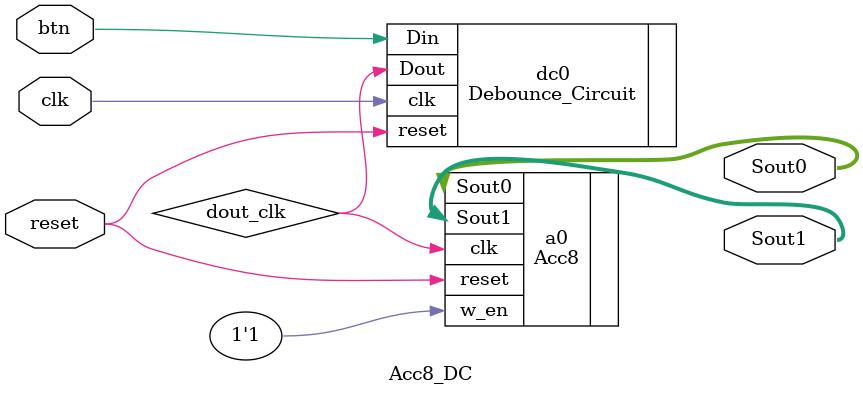
<source format=v>
module Acc8_DC(Sout1, Sout0, btn, reset, clk);
output [6:0] Sout0, Sout1;
input btn, reset, clk;

wire dout_clk;

Debounce_Circuit dc0(.Dout(dout_clk), .Din(btn), .clk(clk), .reset(reset));
Acc8 a0(.Sout1(Sout1), .Sout0(Sout0), .w_en(1'b1), .clk(dout_clk), .reset(reset));

endmodule
</source>
